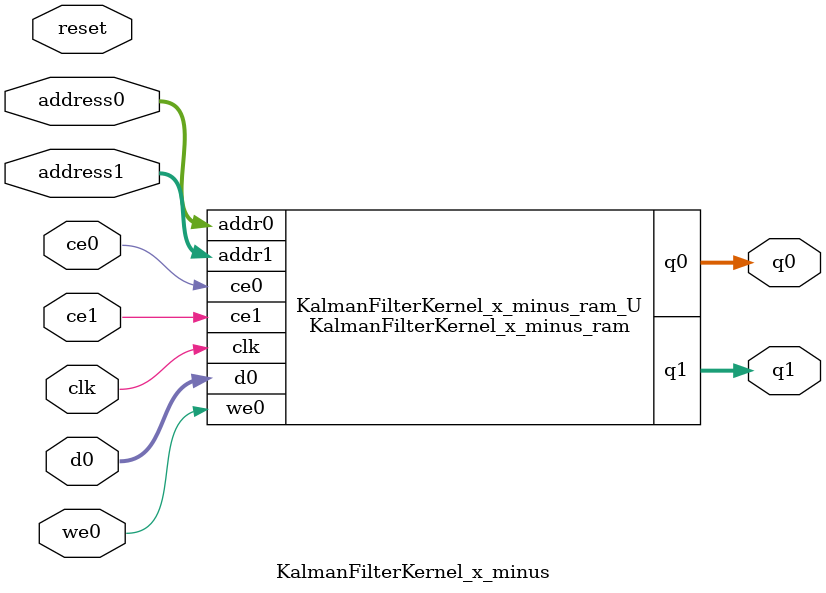
<source format=v>
`timescale 1 ns / 1 ps
module KalmanFilterKernel_x_minus_ram (addr0, ce0, d0, we0, q0, addr1, ce1, q1,  clk);

parameter DWIDTH = 32;
parameter AWIDTH = 3;
parameter MEM_SIZE = 6;

input[AWIDTH-1:0] addr0;
input ce0;
input[DWIDTH-1:0] d0;
input we0;
output reg[DWIDTH-1:0] q0;
input[AWIDTH-1:0] addr1;
input ce1;
output reg[DWIDTH-1:0] q1;
input clk;

reg [DWIDTH-1:0] ram[0:MEM_SIZE-1];




always @(posedge clk)  
begin 
    if (ce0) begin
        if (we0) 
            ram[addr0] <= d0; 
        q0 <= ram[addr0];
    end
end


always @(posedge clk)  
begin 
    if (ce1) begin
        q1 <= ram[addr1];
    end
end


endmodule

`timescale 1 ns / 1 ps
module KalmanFilterKernel_x_minus(
    reset,
    clk,
    address0,
    ce0,
    we0,
    d0,
    q0,
    address1,
    ce1,
    q1);

parameter DataWidth = 32'd32;
parameter AddressRange = 32'd6;
parameter AddressWidth = 32'd3;
input reset;
input clk;
input[AddressWidth - 1:0] address0;
input ce0;
input we0;
input[DataWidth - 1:0] d0;
output[DataWidth - 1:0] q0;
input[AddressWidth - 1:0] address1;
input ce1;
output[DataWidth - 1:0] q1;



KalmanFilterKernel_x_minus_ram KalmanFilterKernel_x_minus_ram_U(
    .clk( clk ),
    .addr0( address0 ),
    .ce0( ce0 ),
    .we0( we0 ),
    .d0( d0 ),
    .q0( q0 ),
    .addr1( address1 ),
    .ce1( ce1 ),
    .q1( q1 ));

endmodule


</source>
